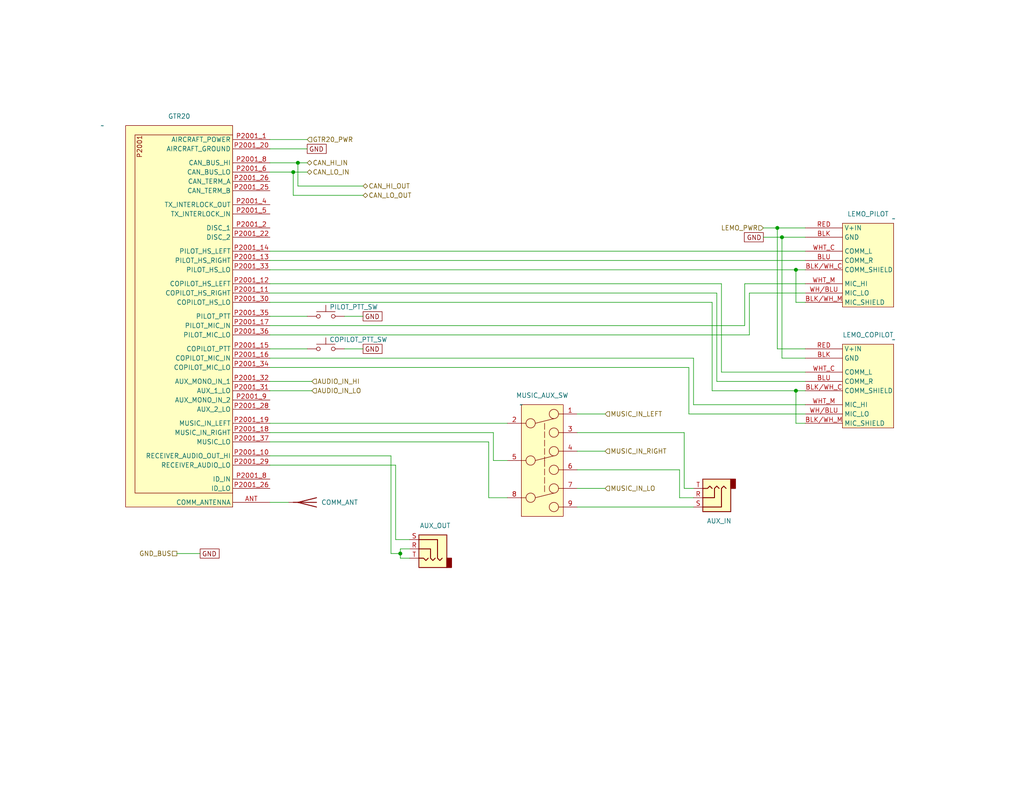
<source format=kicad_sch>
(kicad_sch (version 20230121) (generator eeschema)
  (paper "USLetter")
  (title_block (title "Communication") (date "2024-02-03") (rev "0.5") (company "N915SN Angry Bird"))
  (lib_symbols
    (symbol "Connector_Audio:AudioJack3"
      (property "Reference" "J" (at 0 8.89 0))
      (property "Value" "AudioJack3" (at 0 6.35 0))
      (symbol "AudioJack3_0_1"
        (rectangle (start -5.08 -5.08) (end -6.35 -2.54) (stroke (width 0.254)) (fill (type outline)))
        (polyline (pts (xy 0 -2.54) (xy 0.635 -3.175) (xy 1.27 -2.54) (xy 2.54 -2.54)) (stroke (width 0.254)))
        (polyline (pts (xy -1.905 -2.54) (xy -1.27 -3.175) (xy -0.635 -2.54) (xy -0.635 0) (xy 2.54 0)) (stroke (width 0.254)))
        (polyline (pts (xy 2.54 2.54) (xy -2.54 2.54) (xy -2.54 -2.54) (xy -3.175 -3.175) (xy -3.81 -2.54)) (stroke (width 0.254)))
        (rectangle (start 2.54 3.81) (end -5.08 -5.08) (stroke (width 0.254)) (fill (type background)))
      )
      (symbol "AudioJack3_1_1"
        (pin passive line (at 5.08 0 180) (length 2.54) (name "~") (number "R"))
        (pin passive line (at 5.08 2.54 180) (length 2.54) (name "~") (number "S"))
        (pin passive line (at 5.08 -2.54 180) (length 2.54) (name "~") (number "T"))
      )
    )
    (symbol "Device:Antenna" (pin_numbers hide) (pin_names (offset 1.016) hide)
      (property "Reference" "AE" (at -1.905 1.905 0))
      (property "Value" "Antenna" (at -1.905 0 0))
      (symbol "Antenna_0_1"
        (polyline (pts (xy 0 2.54) (xy 0 -3.81)) (stroke (width 0.254)))
        (polyline (pts (xy 1.27 2.54) (xy 0 -2.54) (xy -1.27 2.54)) (stroke (width 0.254)))
      )
      (symbol "Antenna_1_1"
        (pin input line (at 0 -5.08 90) (length 2.54) (name "A") (number "1"))
      )
    )
    (symbol "Switch:SW_Push" (pin_numbers hide) (pin_names (offset 1.016) hide)
      (property "Reference" "SW" (at 1.27 2.54 0))
      (property "Value" "SW_Push" (at 0 -1.524 0))
      (symbol "SW_Push_0_1"
        (circle (center -2.032 0) (radius 0.508))
        (polyline (pts (xy 0 1.27) (xy 0 3.048)))
        (polyline (pts (xy 2.54 1.27) (xy -2.54 1.27)))
        (circle (center 2.032 0) (radius 0.508))
        (pin passive line (at -5.08 0 0) (length 2.54) (name "1") (number "1"))
        (pin passive line (at 5.08 0 180) (length 2.54) (name "2") (number "2"))
      )
    )
    (symbol "flyerx:Bose_LEMO"
      (property "Reference" "LEMO" (at 2.54 1.27 0))
      (symbol "Bose_LEMO_1_1"
        (rectangle (start 0 0) (end 13.97 -22.86) (fill (type background)))
        (pin passive line (at 24.13 -3.81 180) (length 10.16) (name "GND") (number "BLK"))
        (pin passive line (at 24.13 -12.7 180) (length 10.16) (name "COMM_SHIELD") (number "BLK/WH_C"))
        (pin passive line (at 24.13 -21.59 180) (length 10.16) (name "MIC_SHIELD") (number "BLK/WH_M"))
        (pin input line (at 24.13 -10.16 180) (length 10.16) (name "COMM_R") (number "BLU"))
        (pin power_in line (at 24.13 -1.27 180) (length 10.16) (name "V+IN") (number "RED"))
        (pin passive line (at 24.13 -19.05 180) (length 10.16) (name "MIC_LO") (number "WH/BLU"))
        (pin input line (at 24.13 -7.62 180) (length 10.16) (name "COMM_L") (number "WHT_C"))
        (pin output line (at 24.13 -16.51 180) (length 10.16) (name "MIC_HI") (number "WHT_M"))
      )
    )
    (symbol "flyerx:Garmin_GTR20"
      (property "Reference" "GTR" (at 3.81 1.27 0))
      (symbol "Garmin_GTR20_1_1"
        (rectangle (start 0 0) (end 29.21 -104.14) (fill (type background)))
        (rectangle (start 2.54 -2.54) (end 29.21 -100.33) (fill (type background)))
        (text "P2001" (at 3.81 -2.54 900) (effects (font (size 1.27 1.27)) (justify right)))
        (pin input line (at 39.37 -102.87 180) (length 10.16) (name "COMM_ANTENNA") (number "ANT"))
        (pin power_in line (at 39.37 -3.81 180) (length 10.16) (name "AIRCRAFT_POWER") (number "P2001_1"))
        (pin output line (at 39.37 -90.17 180) (length 10.16) (name "RECEIVER_AUDIO_OUT_HI") (number "P2001_10"))
        (pin output line (at 39.37 -45.72 180) (length 10.16) (name "COPILOT_HS_RIGHT") (number "P2001_11"))
        (pin output line (at 39.37 -43.18 180) (length 10.16) (name "COPILOT_HS_LEFT") (number "P2001_12"))
        (pin output line (at 39.37 -36.83 180) (length 10.16) (name "PILOT_HS_RIGHT") (number "P2001_13"))
        (pin output line (at 39.37 -34.29 180) (length 10.16) (name "PILOT_HS_LEFT") (number "P2001_14"))
        (pin input line (at 39.37 -60.96 180) (length 10.16) (name "COPILOT_PTT") (number "P2001_15"))
        (pin input line (at 39.37 -63.5 180) (length 10.16) (name "COPILOT_MIC_IN") (number "P2001_16"))
        (pin input line (at 39.37 -54.61 180) (length 10.16) (name "PILOT_MIC_IN") (number "P2001_17"))
        (pin input line (at 39.37 -83.82 180) (length 10.16) (name "MUSIC_IN_RIGHT") (number "P2001_18"))
        (pin input line (at 39.37 -81.28 180) (length 10.16) (name "MUSIC_IN_LEFT") (number "P2001_19"))
        (pin input line (at 39.37 -27.94 180) (length 10.16) (name "DISC_1") (number "P2001_2"))
        (pin passive line (at 39.37 -6.35 180) (length 10.16) (name "AIRCRAFT_GROUND") (number "P2001_20"))
        (pin input line (at 39.37 -30.48 180) (length 10.16) (name "DISC_2") (number "P2001_22"))
        (pin bidirectional line (at 39.37 -17.78 180) (length 10.16) (name "CAN_TERM_B") (number "P2001_25"))
        (pin bidirectional line (at 39.37 -15.24 180) (length 10.16) (name "CAN_TERM_A") (number "P2001_26"))
        (pin passive line (at 39.37 -99.06 180) (length 10.16) (name "ID_LO") (number "P2001_26"))
        (pin passive line (at 39.37 -77.47 180) (length 10.16) (name "AUX_2_LO") (number "P2001_28"))
        (pin passive line (at 39.37 -92.71 180) (length 10.16) (name "RECEIVER_AUDIO_LO") (number "P2001_29"))
        (pin passive line (at 39.37 -48.26 180) (length 10.16) (name "COPILOT_HS_LO") (number "P2001_30"))
        (pin passive line (at 39.37 -72.39 180) (length 10.16) (name "AUX_1_LO") (number "P2001_31"))
        (pin input line (at 39.37 -69.85 180) (length 10.16) (name "AUX_MONO_IN_1") (number "P2001_32"))
        (pin passive line (at 39.37 -39.37 180) (length 10.16) (name "PILOT_HS_LO") (number "P2001_33"))
        (pin passive line (at 39.37 -66.04 180) (length 10.16) (name "COPILOT_MIC_LO") (number "P2001_34"))
        (pin input line (at 39.37 -52.07 180) (length 10.16) (name "PILOT_PTT") (number "P2001_35"))
        (pin passive line (at 39.37 -57.15 180) (length 10.16) (name "PILOT_MIC_LO") (number "P2001_36"))
        (pin passive line (at 39.37 -86.36 180) (length 10.16) (name "MUSIC_LO") (number "P2001_37"))
        (pin output line (at 39.37 -21.59 180) (length 10.16) (name "TX_INTERLOCK_OUT") (number "P2001_4"))
        (pin input line (at 39.37 -24.13 180) (length 10.16) (name "TX_INTERLOCK_IN") (number "P2001_5"))
        (pin bidirectional line (at 39.37 -12.7 180) (length 10.16) (name "CAN_BUS_LO") (number "P2001_6"))
        (pin bidirectional line (at 39.37 -10.16 180) (length 10.16) (name "CAN_BUS_HI") (number "P2001_8"))
        (pin bidirectional line (at 39.37 -96.52 180) (length 10.16) (name "ID_IN") (number "P2001_8"))
        (pin input line (at 39.37 -74.93 180) (length 10.16) (name "AUX_MONO_IN_2") (number "P2001_9"))
      )
    )
    (symbol "flyerx:SW_3PDT_Toggle"
      (property "Reference" "SW" (at 0 1.27 0))
      (symbol "SW_3PDT_Toggle_0_1"
        (circle (center -3.81 -25.4) (radius 1.27))
        (circle (center -3.81 -15.24) (radius 1.27))
        (circle (center -3.81 -5.08) (radius 1.27))
        (polyline (pts (xy -6.35 -25.4) (xy -5.08 -25.4)))
        (polyline (pts (xy -6.35 -15.24) (xy -5.08 -15.24)))
        (polyline (pts (xy -6.35 -5.08) (xy -5.08 -5.08)))
        (polyline (pts (xy -2.54 -25.4) (xy 2.54 -24.13)))
        (polyline (pts (xy -2.54 -15.24) (xy 2.54 -13.97)))
        (polyline (pts (xy -2.54 -5.08) (xy 2.54 -3.81)))
        (polyline (pts (xy 5.08 -27.94) (xy 3.81 -27.94)))
        (polyline (pts (xy 5.08 -22.86) (xy 3.81 -22.86)))
        (polyline (pts (xy 5.08 -17.78) (xy 3.81 -17.78)))
        (polyline (pts (xy 5.08 -12.7) (xy 3.81 -12.7)))
        (polyline (pts (xy 5.08 -7.62) (xy 3.81 -7.62)))
        (polyline (pts (xy 5.08 -2.54) (xy 3.81 -2.54)))
        (circle (center 2.54 -27.94) (radius 1.27))
        (circle (center 2.54 -22.86) (radius 1.27))
        (circle (center 2.54 -17.78) (radius 1.27))
        (circle (center 2.54 -12.7) (radius 1.27))
        (circle (center 2.54 -7.62) (radius 1.27))
        (circle (center 2.54 -2.54) (radius 1.27))
      )
      (symbol "SW_3PDT_Toggle_1_1"
        (rectangle (start -6.35 0) (end 5.08 -30.48) (fill (type background)))
        (polyline (pts (xy 0 -15.24) (xy 0 -24.13)) (stroke (width 0) (type dash)))
        (polyline (pts (xy 0 -5.08) (xy 0 -15.24)) (stroke (width 0) (type dash)))
        (pin passive line (at 8.89 -2.54 180) (length 3.81) (name "") (number "1"))
        (pin passive line (at -10.16 -5.08 0) (length 3.81) (name "") (number "2"))
        (pin passive line (at 8.89 -7.62 180) (length 3.81) (name "") (number "3"))
        (pin passive line (at 8.89 -12.7 180) (length 3.81) (name "") (number "4"))
        (pin passive line (at -10.16 -15.24 0) (length 3.81) (name "") (number "5"))
        (pin passive line (at 8.89 -17.78 180) (length 3.81) (name "") (number "6"))
        (pin passive line (at 8.89 -22.86 180) (length 3.81) (name "") (number "7"))
        (pin passive line (at -10.16 -25.4 0) (length 3.81) (name "") (number "8"))
        (pin passive line (at 8.89 -27.94 180) (length 3.81) (name "") (number "9"))
      )
    )
  )
  (junction (at 81.28 44.45))
  (junction (at 217.17 73.66))
  (junction (at 217.17 106.68))
  (junction (at 212.09 62.23))
  (junction (at 80.01 46.99))
  (junction (at 109.22 151.13))
  (junction (at 213.36 64.77))
  (wire (pts (xy 196.85 101.6) (xy 219.71 101.6)))
  (wire (pts (xy 217.17 82.55) (xy 217.17 73.66)))
  (wire (pts (xy 73.66 88.9) (xy 203.2 88.9)))
  (wire (pts (xy 203.2 77.47) (xy 219.71 77.47)))
  (wire (pts (xy 73.66 40.64) (xy 83.82 40.64)))
  (wire (pts (xy 196.85 77.47) (xy 196.85 101.6)))
  (wire (pts (xy 93.98 86.36) (xy 99.06 86.36)))
  (wire (pts (xy 204.47 91.44) (xy 204.47 80.01)))
  (wire (pts (xy 189.23 110.49) (xy 219.71 110.49)))
  (wire (pts (xy 106.68 124.46) (xy 106.68 151.13)))
  (wire (pts (xy 73.66 106.68) (xy 85.09 106.68)))
  (wire (pts (xy 111.76 149.86) (xy 109.22 149.86)))
  (wire (pts (xy 213.36 64.77) (xy 219.71 64.77)))
  (wire (pts (xy 48.26 151.13) (xy 54.61 151.13)))
  (wire (pts (xy 73.66 46.99) (xy 80.01 46.99)))
  (wire (pts (xy 217.17 106.68) (xy 219.71 106.68)))
  (wire (pts (xy 185.42 135.89) (xy 189.23 135.89)))
  (wire (pts (xy 93.98 95.25) (xy 99.06 95.25)))
  (wire (pts (xy 219.71 82.55) (xy 217.17 82.55)))
  (wire (pts (xy 73.66 86.36) (xy 83.82 86.36)))
  (wire (pts (xy 157.48 118.11) (xy 186.69 118.11)))
  (wire (pts (xy 217.17 73.66) (xy 219.71 73.66)))
  (wire (pts (xy 99.06 50.8) (xy 81.28 50.8)))
  (wire (pts (xy 73.66 80.01) (xy 195.58 80.01)))
  (wire (pts (xy 203.2 88.9) (xy 203.2 77.47)))
  (wire (pts (xy 189.23 97.79) (xy 189.23 110.49)))
  (wire (pts (xy 194.31 106.68) (xy 217.17 106.68)))
  (wire (pts (xy 134.62 125.73) (xy 138.43 125.73)))
  (wire (pts (xy 81.28 50.8) (xy 81.28 44.45)))
  (wire (pts (xy 73.66 44.45) (xy 81.28 44.45)))
  (wire (pts (xy 204.47 80.01) (xy 219.71 80.01)))
  (wire (pts (xy 81.28 44.45) (xy 83.82 44.45)))
  (wire (pts (xy 109.22 152.4) (xy 111.76 152.4)))
  (wire (pts (xy 217.17 115.57) (xy 217.17 106.68)))
  (wire (pts (xy 157.48 113.03) (xy 165.1 113.03)))
  (wire (pts (xy 194.31 82.55) (xy 194.31 106.68)))
  (wire (pts (xy 133.35 135.89) (xy 138.43 135.89)))
  (wire (pts (xy 187.96 100.33) (xy 187.96 113.03)))
  (wire (pts (xy 73.66 73.66) (xy 217.17 73.66)))
  (wire (pts (xy 187.96 113.03) (xy 219.71 113.03)))
  (wire (pts (xy 73.66 95.25) (xy 83.82 95.25)))
  (wire (pts (xy 186.69 118.11) (xy 186.69 133.35)))
  (wire (pts (xy 133.35 120.65) (xy 133.35 135.89)))
  (wire (pts (xy 109.22 151.13) (xy 109.22 152.4)))
  (wire (pts (xy 219.71 95.25) (xy 212.09 95.25)))
  (wire (pts (xy 80.01 53.34) (xy 80.01 46.99)))
  (wire (pts (xy 212.09 62.23) (xy 219.71 62.23)))
  (wire (pts (xy 73.66 115.57) (xy 138.43 115.57)))
  (wire (pts (xy 213.36 64.77) (xy 213.36 97.79)))
  (wire (pts (xy 212.09 95.25) (xy 212.09 62.23)))
  (wire (pts (xy 157.48 123.19) (xy 165.1 123.19)))
  (wire (pts (xy 186.69 133.35) (xy 189.23 133.35)))
  (wire (pts (xy 195.58 80.01) (xy 195.58 104.14)))
  (wire (pts (xy 208.28 64.77) (xy 213.36 64.77)))
  (wire (pts (xy 73.66 104.14) (xy 85.09 104.14)))
  (wire (pts (xy 73.66 71.12) (xy 219.71 71.12)))
  (wire (pts (xy 195.58 104.14) (xy 219.71 104.14)))
  (wire (pts (xy 73.66 100.33) (xy 187.96 100.33)))
  (wire (pts (xy 73.66 91.44) (xy 204.47 91.44)))
  (wire (pts (xy 73.66 97.79) (xy 189.23 97.79)))
  (wire (pts (xy 80.01 46.99) (xy 83.82 46.99)))
  (wire (pts (xy 107.95 127) (xy 107.95 147.32)))
  (wire (pts (xy 185.42 128.27) (xy 185.42 135.89)))
  (wire (pts (xy 99.06 53.34) (xy 80.01 53.34)))
  (wire (pts (xy 106.68 151.13) (xy 109.22 151.13)))
  (wire (pts (xy 157.48 128.27) (xy 185.42 128.27)))
  (wire (pts (xy 208.28 62.23) (xy 212.09 62.23)))
  (wire (pts (xy 157.48 138.43) (xy 189.23 138.43)))
  (wire (pts (xy 73.66 127) (xy 107.95 127)))
  (wire (pts (xy 157.48 133.35) (xy 165.1 133.35)))
  (wire (pts (xy 73.66 82.55) (xy 194.31 82.55)))
  (wire (pts (xy 73.66 137.16) (xy 78.74 137.16)))
  (wire (pts (xy 73.66 118.11) (xy 134.62 118.11)))
  (wire (pts (xy 73.66 77.47) (xy 196.85 77.47)))
  (wire (pts (xy 73.66 124.46) (xy 106.68 124.46)))
  (wire (pts (xy 73.66 38.1) (xy 83.82 38.1)))
  (wire (pts (xy 109.22 149.86) (xy 109.22 151.13)))
  (wire (pts (xy 107.95 147.32) (xy 111.76 147.32)))
  (wire (pts (xy 219.71 97.79) (xy 213.36 97.79)))
  (wire (pts (xy 134.62 118.11) (xy 134.62 125.73)))
  (wire (pts (xy 73.66 68.58) (xy 219.71 68.58)))
  (wire (pts (xy 219.71 115.57) (xy 217.17 115.57)))
  (wire (pts (xy 73.66 120.65) (xy 133.35 120.65)))
  (global_label "GND" (shape passive) (at 99.06 95.25 0) (property "Intersheetrefs" "${INTERSHEET_REFS}" (effects hide)))
  (global_label "GND" (shape passive) (at 99.06 86.36 0) (property "Intersheetrefs" "${INTERSHEET_REFS}" (effects hide)))
  (global_label "GND" (shape passive) (at 54.61 151.13 0) (property "Intersheetrefs" "${INTERSHEET_REFS}" (effects hide)))
  (global_label "GND" (shape passive) (at 83.82 40.64 0) (property "Intersheetrefs" "${INTERSHEET_REFS}" (effects hide)))
  (global_label "GND" (shape passive) (at 208.28 64.77 180) (property "Intersheetrefs" "${INTERSHEET_REFS}" (effects hide)))
  (hierarchical_label "CAN_LO_IN" (shape bidirectional) (at 83.82 46.99 0))
  (hierarchical_label "AUDIO_IN_LO" (shape input) (at 85.09 106.68 0))
  (hierarchical_label "MUSIC_IN_LEFT" (shape input) (at 165.1 113.03 0))
  (hierarchical_label "CAN_HI_IN" (shape bidirectional) (at 83.82 44.45 0))
  (hierarchical_label "MUSIC_IN_RIGHT" (shape input) (at 165.1 123.19 0))
  (hierarchical_label "MUSIC_IN_LO" (shape input) (at 165.1 133.35 0))
  (hierarchical_label "CAN_HI_OUT" (shape bidirectional) (at 99.06 50.8 0))
  (hierarchical_label "AUDIO_IN_HI" (shape input) (at 85.09 104.14 0))
  (hierarchical_label "GTR20_PWR" (shape input) (at 83.82 38.1 0))
  (hierarchical_label "CAN_LO_OUT" (shape bidirectional) (at 99.06 53.34 0))
  (hierarchical_label "LEMO_PWR" (shape input) (at 208.28 62.23 180))
  (hierarchical_label "GND_BUS" (shape passive) (at 48.26 151.13 180))
  (symbol (lib_id "Connector_Audio:AudioJack3") (at 194.31 135.89 180) (unit 1)
    (property "Reference" "AUX_IN" (at 196.215 142.24 0))
    (property "Value" "AudioJack3" (effects hide))
  )
  (symbol (lib_id "flyerx:SW_3PDT_Toggle") (at 148.59 110.49 0) (unit 1)
    (property "Reference" "MUSIC_AUX_SW" (at 147.955 107.95 0))
    (property "Value" "~" (at 142.24 110.49 0))
  )
  (symbol (lib_id "flyerx:Bose_LEMO") (at 243.84 60.96 0) (mirror y) (unit 1)
    (property "Reference" "LEMO_PILOT" (at 236.855 58.42 0))
    (property "Value" "~" (at 243.84 59.69 0))
  )
  (symbol (lib_id "flyerx:Garmin_GTR20") (at 34.29 34.29 0) (unit 1)
    (property "Reference" "GTR20" (at 48.895 31.75 0))
    (property "Value" "~" (at 27.94 34.29 0))
  )
  (symbol (lib_id "Switch:SW_Push") (at 88.9 95.25 0) (unit 1)
    (property "Reference" "COPILOT_PTT_SW" (at 97.79 92.71 0))
    (property "Value" "SW_Push" (effects hide))
  )
  (symbol (lib_id "flyerx:Bose_LEMO") (at 243.84 93.98 0) (mirror y) (unit 1)
    (property "Reference" "LEMO_COPILOT" (at 236.855 91.44 0))
    (property "Value" "~" (at 243.84 92.71 0))
  )
  (symbol (lib_id "Device:Antenna") (at 83.82 137.16 270) (unit 1)
    (property "Reference" "COMM_ANT" (at 87.63 137.16 90) (effects (justify left)))
    (property "Value" "Antenna" (effects hide))
  )
  (symbol (lib_id "Switch:SW_Push") (at 88.9 86.36 0) (unit 1)
    (property "Reference" "PILOT_PTT_SW" (at 96.52 83.82 0))
    (property "Value" "SW_Push" (effects hide))
  )
  (symbol (lib_id "Connector_Audio:AudioJack3") (at 116.84 149.86 0) (mirror y) (unit 1)
    (property "Reference" "AUX_OUT" (at 118.745 143.51 0))
    (property "Value" "AudioJack3" (effects hide))
  )
)
</source>
